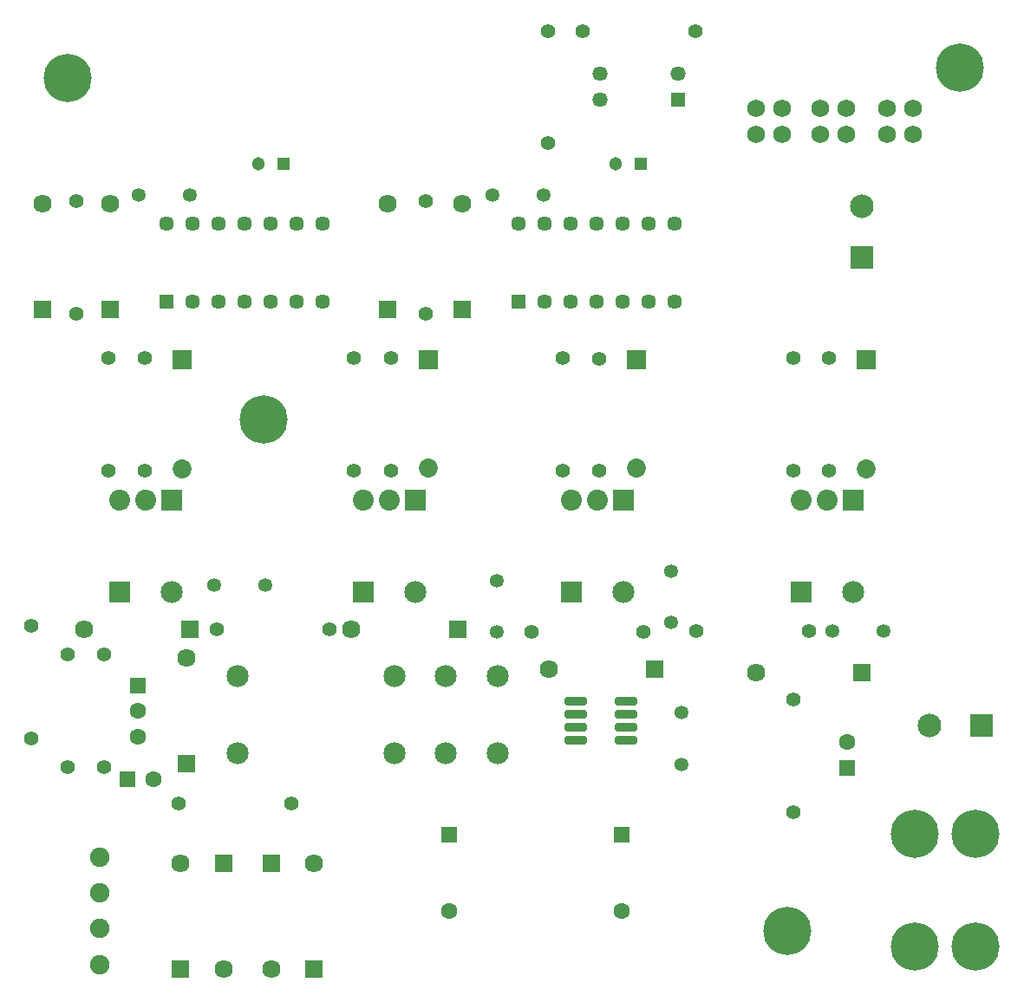
<source format=gts>
G04*
G04 #@! TF.GenerationSoftware,Altium Limited,Altium Designer,23.8.1 (32)*
G04*
G04 Layer_Color=8388736*
%FSLAX25Y25*%
%MOIN*%
G70*
G04*
G04 #@! TF.SameCoordinates,39E68628-0E6C-4B0E-937A-7B5971290EE0*
G04*
G04*
G04 #@! TF.FilePolarity,Negative*
G04*
G01*
G75*
G04:AMPARAMS|DCode=17|XSize=85.56mil|YSize=31.62mil|CornerRadius=6.95mil|HoleSize=0mil|Usage=FLASHONLY|Rotation=0.000|XOffset=0mil|YOffset=0mil|HoleType=Round|Shape=RoundedRectangle|*
%AMROUNDEDRECTD17*
21,1,0.08556,0.01772,0,0,0.0*
21,1,0.07165,0.03162,0,0,0.0*
1,1,0.01391,0.03583,-0.00886*
1,1,0.01391,-0.03583,-0.00886*
1,1,0.01391,-0.03583,0.00886*
1,1,0.01391,0.03583,0.00886*
%
%ADD17ROUNDEDRECTD17*%
%ADD18C,0.05524*%
%ADD19C,0.06883*%
%ADD20C,0.07500*%
%ADD21R,0.06312X0.06312*%
%ADD22C,0.06312*%
%ADD23R,0.06312X0.06312*%
%ADD24C,0.05328*%
%ADD25C,0.08477*%
%ADD26R,0.07060X0.07060*%
%ADD27C,0.07060*%
%ADD28R,0.07296X0.07296*%
%ADD29C,0.07296*%
%ADD30C,0.08438*%
%ADD31R,0.08438X0.08438*%
%ADD32R,0.08064X0.08064*%
%ADD33C,0.08064*%
%ADD34R,0.05131X0.05131*%
%ADD35C,0.05131*%
%ADD36R,0.09068X0.09068*%
%ADD37C,0.09068*%
%ADD38R,0.07060X0.07060*%
%ADD39C,0.18517*%
%ADD40C,0.05761*%
%ADD41R,0.05761X0.05761*%
%ADD42R,0.05721X0.05721*%
%ADD43C,0.05721*%
%ADD44R,0.09068X0.09068*%
D17*
X333744Y274000D02*
D03*
Y269000D02*
D03*
Y264000D02*
D03*
Y259000D02*
D03*
X314256D02*
D03*
Y264000D02*
D03*
Y269000D02*
D03*
Y274000D02*
D03*
D18*
X303500Y488446D02*
D03*
Y531754D02*
D03*
X219600Y301598D02*
D03*
X176293D02*
D03*
X403954Y300799D02*
D03*
X360646D02*
D03*
X297146Y300700D02*
D03*
X340454D02*
D03*
X397900Y274654D02*
D03*
Y231346D02*
D03*
X134500Y405902D02*
D03*
Y362594D02*
D03*
X148650Y405902D02*
D03*
Y362594D02*
D03*
X161746Y234500D02*
D03*
X205054D02*
D03*
X132900Y248546D02*
D03*
Y291854D02*
D03*
X118900Y248546D02*
D03*
Y291854D02*
D03*
X317092Y531500D02*
D03*
X360399D02*
D03*
X309175Y405826D02*
D03*
Y362519D02*
D03*
X323339Y405751D02*
D03*
Y362444D02*
D03*
X411749Y405902D02*
D03*
Y362594D02*
D03*
X397900Y405902D02*
D03*
Y362594D02*
D03*
X122260Y422846D02*
D03*
Y466154D02*
D03*
X256600Y422854D02*
D03*
Y466161D02*
D03*
X105100Y259546D02*
D03*
Y302854D02*
D03*
X243150Y405902D02*
D03*
Y362594D02*
D03*
X229000Y405902D02*
D03*
Y362594D02*
D03*
D19*
X434016Y502000D02*
D03*
Y492000D02*
D03*
X444016D02*
D03*
Y502000D02*
D03*
X408268D02*
D03*
Y492000D02*
D03*
X418268D02*
D03*
Y502000D02*
D03*
X383764D02*
D03*
Y492000D02*
D03*
X393764D02*
D03*
Y502000D02*
D03*
D20*
X131400Y214079D02*
D03*
Y200300D02*
D03*
Y186520D02*
D03*
Y172741D02*
D03*
D21*
X141900Y243900D02*
D03*
D22*
X151900D02*
D03*
X145921Y270200D02*
D03*
Y260357D02*
D03*
X332000Y193236D02*
D03*
X265500D02*
D03*
X418500Y258400D02*
D03*
D23*
X145921Y280043D02*
D03*
X332000Y222764D02*
D03*
X265500D02*
D03*
X418500Y248400D02*
D03*
D24*
X175157Y318700D02*
D03*
X194843D02*
D03*
X283900Y320343D02*
D03*
Y300657D02*
D03*
X351000Y323843D02*
D03*
Y304157D02*
D03*
X165843Y468500D02*
D03*
X146157D02*
D03*
X302043D02*
D03*
X282357D02*
D03*
X355100Y249757D02*
D03*
Y269443D02*
D03*
X432543Y300799D02*
D03*
X412857D02*
D03*
D25*
X184418Y283464D02*
D03*
Y253936D02*
D03*
X264339Y283464D02*
D03*
Y253936D02*
D03*
X244497Y283464D02*
D03*
Y253936D02*
D03*
X284182Y283464D02*
D03*
Y253936D02*
D03*
D26*
X268894Y301598D02*
D03*
X344594Y286200D02*
D03*
X424394Y284900D02*
D03*
X166000Y301500D02*
D03*
D27*
X228106Y301598D02*
D03*
X303806Y286200D02*
D03*
X383606Y284900D02*
D03*
X164600Y290593D02*
D03*
X197400Y170980D02*
D03*
X213767Y211767D02*
D03*
X162433D02*
D03*
X178800Y170980D02*
D03*
X109260Y465394D02*
D03*
X135260D02*
D03*
X242100D02*
D03*
X270500D02*
D03*
X125213Y301500D02*
D03*
D28*
X163000Y405114D02*
D03*
X337700Y405213D02*
D03*
X425900Y405114D02*
D03*
X257500Y405213D02*
D03*
D29*
X163000Y363382D02*
D03*
X337700Y363480D02*
D03*
X425900Y363382D02*
D03*
X257500Y363480D02*
D03*
D30*
X159000Y315965D02*
D03*
X332600D02*
D03*
X420800D02*
D03*
X252500D02*
D03*
D31*
X139000D02*
D03*
X312600D02*
D03*
X400800D02*
D03*
X232500D02*
D03*
D32*
X159000Y351248D02*
D03*
X420800D02*
D03*
X332600D02*
D03*
X252500D02*
D03*
D33*
X149000D02*
D03*
X139000D02*
D03*
X410800D02*
D03*
X400800D02*
D03*
X322600D02*
D03*
X312600D02*
D03*
X242500D02*
D03*
X232500D02*
D03*
D34*
X339421Y480500D02*
D03*
X202021D02*
D03*
D35*
X329579D02*
D03*
X192179D02*
D03*
D36*
X470143Y264500D02*
D03*
D37*
X450457D02*
D03*
X424400Y464343D02*
D03*
D38*
X164600Y249806D02*
D03*
X197400Y211767D02*
D03*
X213767Y170980D02*
D03*
X162433D02*
D03*
X178800Y211767D02*
D03*
X109260Y424606D02*
D03*
X135260D02*
D03*
X242100D02*
D03*
X270500D02*
D03*
D39*
X468122Y179500D02*
D03*
Y223000D02*
D03*
X194200Y382400D02*
D03*
X119000Y513500D02*
D03*
X395600Y185700D02*
D03*
X462000Y517500D02*
D03*
X444500Y179500D02*
D03*
Y223000D02*
D03*
D40*
X323746Y505300D02*
D03*
Y515300D02*
D03*
X353746D02*
D03*
D41*
Y505300D02*
D03*
D42*
X157000Y427500D02*
D03*
X292300D02*
D03*
D43*
X167000D02*
D03*
X177000D02*
D03*
X187000D02*
D03*
X197000D02*
D03*
X207000D02*
D03*
X217000D02*
D03*
Y457500D02*
D03*
X207000D02*
D03*
X197000D02*
D03*
X187000D02*
D03*
X177000D02*
D03*
X167000D02*
D03*
X157000D02*
D03*
X302300Y427500D02*
D03*
X312300D02*
D03*
X322300D02*
D03*
X332300D02*
D03*
X342300D02*
D03*
X352300D02*
D03*
Y457500D02*
D03*
X342300D02*
D03*
X332300D02*
D03*
X322300D02*
D03*
X312300D02*
D03*
X302300D02*
D03*
X292300D02*
D03*
D44*
X424400Y444657D02*
D03*
M02*

</source>
